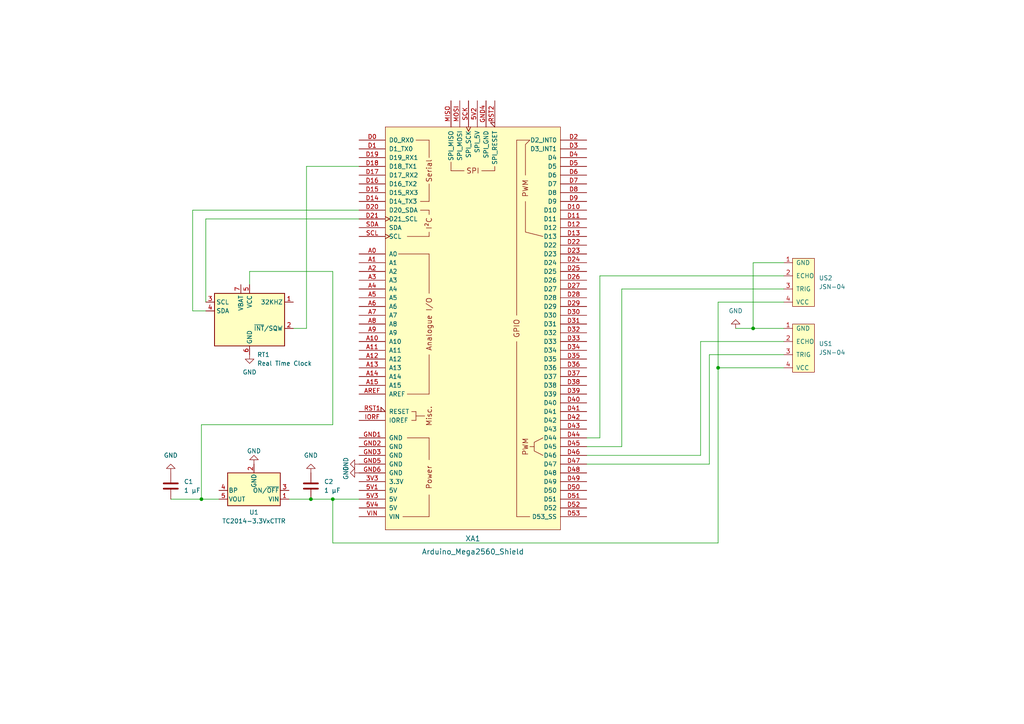
<source format=kicad_sch>
(kicad_sch (version 20230121) (generator eeschema)
  (paper "A4")
  (lib_symbols
    (symbol "ARTS-Lab:HCSR04" (pin_names (offset 1.016))
      (property "Reference" "Ultrasonic_sensor" (at 0 2.54 0))
      (property "Value" "HCSR04" (at 0 3.81 0))
      (symbol "HCSR04_0_1"
        (rectangle (start -7.62 1.27) (end 6.35 -5.08) (fill (type background)))
      )
      (symbol "HCSR04_1_1"
        (pin passive line (at -6.35 -7.62 90) (length 2.54) (name "GND") (number "1"))
        (pin passive line (at -2.54 -7.62 90) (length 2.54) (name "ECHO") (number "2"))
        (pin passive line (at 1.27 -7.62 90) (length 2.54) (name "TRIG") (number "3"))
        (pin passive line (at 5.08 -7.62 90) (length 2.54) (name "VCC") (number "4"))
      )
    )
    (symbol "Arduino_Boards:Arduino_Mega2560_Shield" (pin_names (offset 1.016))
      (property "Reference" "XA" (at 2.54 0 90))
      (property "Value" "Arduino_Mega2560_Shield" (at -2.54 0 90))
      (symbol "Arduino_Mega2560_Shield_0_0"
        (rectangle (start -25.4 -58.42) (end 25.4 58.42) (fill (type background)))
        (rectangle (start -20.32 -54.61) (end -12.7 -54.61))
        (rectangle (start -19.05 -31.75) (end -12.7 -31.75))
        (rectangle (start -19.05 -19.05) (end -12.7 -19.05))
        (rectangle (start -19.05 26.67) (end -12.7 26.67))
        (rectangle (start -17.78 -26.67) (end -16.51 -26.67))
        (rectangle (start -17.78 -24.13) (end -16.51 -24.13))
        (rectangle (start -16.51 -25.4) (end -13.97 -25.4))
        (rectangle (start -16.51 -24.13) (end -16.51 -26.67))
        (rectangle (start -16.51 54.61) (end -12.7 54.61))
        (rectangle (start -15.24 34.29) (end -12.7 34.29))
        (rectangle (start -15.24 36.83) (end -12.7 36.83))
        (rectangle (start -12.7 -54.61) (end -12.7 -48.26))
        (rectangle (start -12.7 -31.75) (end -12.7 -38.1))
        (rectangle (start -12.7 26.67) (end -12.7 27.94))
        (rectangle (start -12.7 34.29) (end -12.7 33.02))
        (rectangle (start -12.7 41.91) (end -12.7 36.83))
        (rectangle (start -12.7 49.53) (end -12.7 54.61))
        (rectangle (start -6.35 48.26) (end -6.35 45.72))
        (rectangle (start -2.54 45.72) (end -6.35 45.72))
        (polyline (pts (xy -21.59 21.59) (xy -12.7 21.59)))
        (polyline (pts (xy -12.7 -19.05) (xy -12.7 -7.62)))
        (polyline (pts (xy -12.7 10.16) (xy -12.7 21.59)))
        (polyline (pts (xy 12.7 -54.61) (xy 16.51 -54.61)))
        (polyline (pts (xy 12.7 54.61) (xy 16.51 54.61)))
        (polyline (pts (xy 17.78 -34.29) (xy 16.51 -34.29)))
        (polyline (pts (xy 15.24 36.83) (xy 15.24 27.94) (xy 20.32 26.67)))
        (polyline (pts (xy 15.24 44.45) (xy 15.24 53.34) (xy 16.51 54.61)))
        (polyline (pts (xy 20.32 -31.75) (xy 17.78 -33.02) (xy 17.78 -35.56) (xy 20.32 -36.83)))
        (rectangle (start 6.35 45.72) (end 2.54 45.72))
        (rectangle (start 6.35 46.99) (end 6.35 45.72))
        (text "Analogue I/O" (at -12.7 1.27 900) (effects (font (size 1.524 1.524))))
        (text "I²C" (at -12.7 30.48 900) (effects (font (size 1.524 1.524))))
        (text "Misc." (at -12.7 -25.4 900) (effects (font (size 1.524 1.524))))
        (text "Power" (at -12.7 -43.18 900) (effects (font (size 1.524 1.524))))
        (text "PWM" (at 15.24 -34.29 900) (effects (font (size 1.524 1.524))))
        (text "PWM" (at 15.24 40.64 900) (effects (font (size 1.524 1.524))))
        (text "Serial" (at -12.7 45.72 900) (effects (font (size 1.524 1.524))))
        (text "SPI" (at 0 45.72 0) (effects (font (size 1.524 1.524))))
      )
      (symbol "Arduino_Mega2560_Shield_1_0"
        (rectangle (start 12.7 -54.61) (end 12.7 -3.81))
        (rectangle (start 12.7 54.61) (end 12.7 3.81))
        (text "GPIO" (at 12.7 0 900) (effects (font (size 1.524 1.524))))
      )
      (symbol "Arduino_Mega2560_Shield_1_1"
        (pin power_in line (at -33.02 -44.45 0) (length 7.62) (name "3.3V") (number "3V3"))
        (pin power_in line (at -33.02 -46.99 0) (length 7.62) (name "5V") (number "5V1"))
        (pin power_in line (at 1.27 66.04 270) (length 7.62) (name "SPI_5V") (number "5V2"))
        (pin power_in line (at -33.02 -49.53 0) (length 7.62) (name "5V") (number "5V3"))
        (pin power_in line (at -33.02 -52.07 0) (length 7.62) (name "5V") (number "5V4"))
        (pin bidirectional line (at -33.02 21.59 0) (length 7.62) (name "A0") (number "A0"))
        (pin bidirectional line (at -33.02 19.05 0) (length 7.62) (name "A1") (number "A1"))
        (pin bidirectional line (at -33.02 -3.81 0) (length 7.62) (name "A10") (number "A10"))
        (pin bidirectional line (at -33.02 -6.35 0) (length 7.62) (name "A11") (number "A11"))
        (pin bidirectional line (at -33.02 -8.89 0) (length 7.62) (name "A12") (number "A12"))
        (pin bidirectional line (at -33.02 -11.43 0) (length 7.62) (name "A13") (number "A13"))
        (pin bidirectional line (at -33.02 -13.97 0) (length 7.62) (name "A14") (number "A14"))
        (pin bidirectional line (at -33.02 -16.51 0) (length 7.62) (name "A15") (number "A15"))
        (pin bidirectional line (at -33.02 16.51 0) (length 7.62) (name "A2") (number "A2"))
        (pin bidirectional line (at -33.02 13.97 0) (length 7.62) (name "A3") (number "A3"))
        (pin bidirectional line (at -33.02 11.43 0) (length 7.62) (name "A4") (number "A4"))
        (pin bidirectional line (at -33.02 8.89 0) (length 7.62) (name "A5") (number "A5"))
        (pin bidirectional line (at -33.02 6.35 0) (length 7.62) (name "A6") (number "A6"))
        (pin bidirectional line (at -33.02 3.81 0) (length 7.62) (name "A7") (number "A7"))
        (pin bidirectional line (at -33.02 1.27 0) (length 7.62) (name "A8") (number "A8"))
        (pin bidirectional line (at -33.02 -1.27 0) (length 7.62) (name "A9") (number "A9"))
        (pin input line (at -33.02 -19.05 0) (length 7.62) (name "AREF") (number "AREF"))
        (pin bidirectional line (at -33.02 54.61 0) (length 7.62) (name "D0_RX0") (number "D0"))
        (pin bidirectional line (at -33.02 52.07 0) (length 7.62) (name "D1_TX0") (number "D1"))
        (pin bidirectional line (at 33.02 34.29 180) (length 7.62) (name "D10") (number "D10"))
        (pin bidirectional line (at 33.02 31.75 180) (length 7.62) (name "D11") (number "D11"))
        (pin bidirectional line (at 33.02 29.21 180) (length 7.62) (name "D12") (number "D12"))
        (pin bidirectional line (at 33.02 26.67 180) (length 7.62) (name "D13") (number "D13"))
        (pin bidirectional line (at -33.02 36.83 0) (length 7.62) (name "D14_TX3") (number "D14"))
        (pin bidirectional line (at -33.02 39.37 0) (length 7.62) (name "D15_RX3") (number "D15"))
        (pin bidirectional line (at -33.02 41.91 0) (length 7.62) (name "D16_TX2") (number "D16"))
        (pin bidirectional line (at -33.02 44.45 0) (length 7.62) (name "D17_RX2") (number "D17"))
        (pin bidirectional line (at -33.02 46.99 0) (length 7.62) (name "D18_TX1") (number "D18"))
        (pin bidirectional line (at -33.02 49.53 0) (length 7.62) (name "D19_RX1") (number "D19"))
        (pin bidirectional line (at 33.02 54.61 180) (length 7.62) (name "D2_INT0") (number "D2"))
        (pin bidirectional line (at -33.02 34.29 0) (length 7.62) (name "D20_SDA") (number "D20"))
        (pin bidirectional clock (at -33.02 31.75 0) (length 7.62) (name "D21_SCL") (number "D21"))
        (pin bidirectional line (at 33.02 24.13 180) (length 7.62) (name "D22") (number "D22"))
        (pin bidirectional line (at 33.02 21.59 180) (length 7.62) (name "D23") (number "D23"))
        (pin bidirectional line (at 33.02 19.05 180) (length 7.62) (name "D24") (number "D24"))
        (pin bidirectional line (at 33.02 16.51 180) (length 7.62) (name "D25") (number "D25"))
        (pin bidirectional line (at 33.02 13.97 180) (length 7.62) (name "D26") (number "D26"))
        (pin bidirectional line (at 33.02 11.43 180) (length 7.62) (name "D27") (number "D27"))
        (pin bidirectional line (at 33.02 8.89 180) (length 7.62) (name "D28") (number "D28"))
        (pin bidirectional line (at 33.02 6.35 180) (length 7.62) (name "D29") (number "D29"))
        (pin bidirectional line (at 33.02 52.07 180) (length 7.62) (name "D3_INT1") (number "D3"))
        (pin bidirectional line (at 33.02 3.81 180) (length 7.62) (name "D30") (number "D30"))
        (pin bidirectional line (at 33.02 1.27 180) (length 7.62) (name "D31") (number "D31"))
        (pin bidirectional line (at 33.02 -1.27 180) (length 7.62) (name "D32") (number "D32"))
        (pin bidirectional line (at 33.02 -3.81 180) (length 7.62) (name "D33") (number "D33"))
        (pin bidirectional line (at 33.02 -6.35 180) (length 7.62) (name "D34") (number "D34"))
        (pin bidirectional line (at 33.02 -8.89 180) (length 7.62) (name "D35") (number "D35"))
        (pin bidirectional line (at 33.02 -11.43 180) (length 7.62) (name "D36") (number "D36"))
        (pin bidirectional line (at 33.02 -13.97 180) (length 7.62) (name "D37") (number "D37"))
        (pin bidirectional line (at 33.02 -16.51 180) (length 7.62) (name "D38") (number "D38"))
        (pin bidirectional line (at 33.02 -19.05 180) (length 7.62) (name "D39") (number "D39"))
        (pin bidirectional line (at 33.02 49.53 180) (length 7.62) (name "D4") (number "D4"))
        (pin bidirectional line (at 33.02 -21.59 180) (length 7.62) (name "D40") (number "D40"))
        (pin bidirectional line (at 33.02 -24.13 180) (length 7.62) (name "D41") (number "D41"))
        (pin bidirectional line (at 33.02 -26.67 180) (length 7.62) (name "D42") (number "D42"))
        (pin bidirectional line (at 33.02 -29.21 180) (length 7.62) (name "D43") (number "D43"))
        (pin bidirectional line (at 33.02 -31.75 180) (length 7.62) (name "D44") (number "D44"))
        (pin bidirectional line (at 33.02 -34.29 180) (length 7.62) (name "D45") (number "D45"))
        (pin bidirectional line (at 33.02 -36.83 180) (length 7.62) (name "D46") (number "D46"))
        (pin bidirectional line (at 33.02 -39.37 180) (length 7.62) (name "D47") (number "D47"))
        (pin bidirectional line (at 33.02 -41.91 180) (length 7.62) (name "D48") (number "D48"))
        (pin bidirectional line (at 33.02 -44.45 180) (length 7.62) (name "D49") (number "D49"))
        (pin bidirectional line (at 33.02 46.99 180) (length 7.62) (name "D5") (number "D5"))
        (pin bidirectional line (at 33.02 -46.99 180) (length 7.62) (name "D50") (number "D50"))
        (pin bidirectional line (at 33.02 -49.53 180) (length 7.62) (name "D51") (number "D51"))
        (pin bidirectional line (at 33.02 -52.07 180) (length 7.62) (name "D52") (number "D52"))
        (pin bidirectional line (at 33.02 -54.61 180) (length 7.62) (name "D53_SS") (number "D53"))
        (pin bidirectional line (at 33.02 44.45 180) (length 7.62) (name "D6") (number "D6"))
        (pin bidirectional line (at 33.02 41.91 180) (length 7.62) (name "D7") (number "D7"))
        (pin bidirectional line (at 33.02 39.37 180) (length 7.62) (name "D8") (number "D8"))
        (pin bidirectional line (at 33.02 36.83 180) (length 7.62) (name "D9") (number "D9"))
        (pin power_in line (at -33.02 -31.75 0) (length 7.62) (name "GND") (number "GND1"))
        (pin power_in line (at -33.02 -34.29 0) (length 7.62) (name "GND") (number "GND2"))
        (pin power_in line (at -33.02 -36.83 0) (length 7.62) (name "GND") (number "GND3"))
        (pin power_in line (at 3.81 66.04 270) (length 7.62) (name "SPI_GND") (number "GND4"))
        (pin power_in line (at -33.02 -39.37 0) (length 7.62) (name "GND") (number "GND5"))
        (pin power_in line (at -33.02 -41.91 0) (length 7.62) (name "GND") (number "GND6"))
        (pin output line (at -33.02 -26.67 0) (length 7.62) (name "IOREF") (number "IORF"))
        (pin input line (at -6.35 66.04 270) (length 7.62) (name "SPI_MISO") (number "MISO"))
        (pin output line (at -3.81 66.04 270) (length 7.62) (name "SPI_MOSI") (number "MOSI"))
        (pin open_collector input_low (at -33.02 -24.13 0) (length 7.62) (name "RESET") (number "RST1"))
        (pin open_collector input_low (at 6.35 66.04 270) (length 7.62) (name "SPI_RESET") (number "RST2"))
        (pin output clock (at -1.27 66.04 270) (length 7.62) (name "SPI_SCK") (number "SCK"))
        (pin bidirectional clock (at -33.02 26.67 0) (length 7.62) (name "SCL") (number "SCL"))
        (pin bidirectional line (at -33.02 29.21 0) (length 7.62) (name "SDA") (number "SDA"))
        (pin power_in line (at -33.02 -54.61 0) (length 7.62) (name "VIN") (number "VIN"))
      )
    )
    (symbol "Device:C" (pin_numbers hide) (pin_names (offset 0.254))
      (property "Reference" "C" (at 0.635 2.54 0))
      (property "Value" "C" (at 0.635 -2.54 0))
      (symbol "C_0_1"
        (polyline (pts (xy -2.032 -0.762) (xy 2.032 -0.762)) (stroke (width 0.508)))
        (polyline (pts (xy -2.032 0.762) (xy 2.032 0.762)) (stroke (width 0.508)))
      )
      (symbol "C_1_1"
        (pin passive line (at 0 3.81 270) (length 2.794) (name "~") (number "1"))
        (pin passive line (at 0 -3.81 90) (length 2.794) (name "~") (number "2"))
      )
    )
    (symbol "GND_1" (power) (pin_names (offset 0))
      (property "Value" "GND_1" (at 0 -3.81 0))
      (symbol "GND_1_0_1"
        (polyline (pts (xy 0 0) (xy 0 -1.27) (xy 1.27 -1.27) (xy 0 -2.54) (xy -1.27 -1.27) (xy 0 -1.27)))
      )
      (symbol "GND_1_1_1"
        (pin power_in line (at 0 0 270) (length 0) hide (name "GND") (number "1"))
      )
    )
    (symbol "RTC Breakout Module:DS3232M"
      (property "Reference" "U" (at -7.62 8.89 0))
      (property "Value" "DS3232M" (at 10.16 8.89 0))
      (symbol "DS3232M_0_1"
        (rectangle (start -10.16 7.62) (end 10.16 -7.62) (stroke (width 0.254)) (fill (type background)))
      )
      (symbol "DS3232M_1_1"
        (pin output line (at 12.7 5.08 180) (length 2.54) (name "32KHZ") (number "1"))
        (pin open_collector line (at 12.7 -2.54 180) (length 2.54) (name "~{INT}/SQW") (number "2"))
        (pin input line (at -12.7 5.08 0) (length 2.54) (name "SCL") (number "3"))
        (pin bidirectional line (at -12.7 2.54 0) (length 2.54) (name "SDA") (number "4"))
        (pin power_in line (at 0 10.16 270) (length 2.54) (name "VCC") (number "5"))
        (pin power_in line (at 0 -10.16 90) (length 2.54) (name "GND") (number "6"))
        (pin power_in line (at -2.54 10.16 270) (length 2.54) (name "VBAT") (number "7"))
      )
    )
    (symbol "Regulator_Linear:TC2014-3.3VxCTTR" (pin_names (offset 0.254))
      (property "Reference" "U" (at -6.35 5.715 0))
      (property "Value" "TC2014-3.3VxCTTR" (at 0 5.715 0))
      (symbol "TC2014-3.3VxCTTR_0_1"
        (rectangle (start -7.62 -5.08) (end 7.62 4.445) (stroke (width 0.254)) (fill (type background)))
      )
      (symbol "TC2014-3.3VxCTTR_1_1"
        (pin power_in line (at -10.16 2.54 0) (length 2.54) (name "VIN") (number "1"))
        (pin power_in line (at 0 -7.62 90) (length 2.54) (name "GND") (number "2"))
        (pin input line (at -10.16 0 0) (length 2.54) (name "ON/~{OFF}") (number "3"))
        (pin input line (at 10.16 0 180) (length 2.54) (name "BP") (number "4"))
        (pin power_out line (at 10.16 2.54 180) (length 2.54) (name "VOUT") (number "5"))
      )
    )
    (symbol "power:GND" (power) (pin_names (offset 0))
      (property "Value" "GND" (at 0 -3.81 0))
      (symbol "GND_0_1"
        (polyline (pts (xy 0 0) (xy 0 -1.27) (xy 1.27 -1.27) (xy 0 -2.54) (xy -1.27 -1.27) (xy 0 -1.27)))
      )
      (symbol "GND_1_1"
        (pin power_in line (at 0 0 270) (length 0) hide (name "GND") (number "1"))
      )
    )
  )
  (junction (at 218.44 95.25))
  (junction (at 58.42 144.78))
  (junction (at 208.28 106.68))
  (junction (at 96.52 144.78))
  (junction (at 90.17 144.78))
  (wire (pts (xy 58.42 123.19) (xy 58.42 144.78)))
  (wire (pts (xy 203.2 99.06) (xy 203.2 132.08)))
  (wire (pts (xy 59.69 63.5) (xy 104.14 63.5)))
  (wire (pts (xy 59.69 63.5) (xy 59.69 87.63)))
  (wire (pts (xy 88.9 95.25) (xy 88.9 48.26)))
  (wire (pts (xy 203.2 132.08) (xy 170.18 132.08)))
  (wire (pts (xy 90.17 144.78) (xy 96.52 144.78)))
  (wire (pts (xy 227.33 99.06) (xy 203.2 99.06)))
  (wire (pts (xy 213.36 95.25) (xy 218.44 95.25)))
  (wire (pts (xy 218.44 76.2) (xy 218.44 95.25)))
  (wire (pts (xy 55.88 60.96) (xy 55.88 90.17)))
  (wire (pts (xy 205.74 134.62) (xy 170.18 134.62)))
  (wire (pts (xy 55.88 90.17) (xy 59.69 90.17)))
  (wire (pts (xy 72.39 78.74) (xy 72.39 82.55)))
  (wire (pts (xy 205.74 102.87) (xy 205.74 134.62)))
  (wire (pts (xy 227.33 102.87) (xy 205.74 102.87)))
  (wire (pts (xy 208.28 106.68) (xy 227.33 106.68)))
  (wire (pts (xy 227.33 83.82) (xy 180.34 83.82)))
  (wire (pts (xy 208.28 157.48) (xy 208.28 106.68)))
  (wire (pts (xy 55.88 60.96) (xy 104.14 60.96)))
  (wire (pts (xy 173.99 80.01) (xy 173.99 127)))
  (wire (pts (xy 180.34 83.82) (xy 180.34 129.54)))
  (wire (pts (xy 173.99 127) (xy 170.18 127)))
  (wire (pts (xy 218.44 95.25) (xy 227.33 95.25)))
  (wire (pts (xy 180.34 129.54) (xy 170.18 129.54)))
  (wire (pts (xy 227.33 87.63) (xy 208.28 87.63)))
  (wire (pts (xy 96.52 123.19) (xy 58.42 123.19)))
  (wire (pts (xy 96.52 144.78) (xy 96.52 157.48)))
  (wire (pts (xy 96.52 78.74) (xy 96.52 123.19)))
  (wire (pts (xy 96.52 157.48) (xy 208.28 157.48)))
  (wire (pts (xy 49.53 144.78) (xy 58.42 144.78)))
  (wire (pts (xy 72.39 78.74) (xy 96.52 78.74)))
  (wire (pts (xy 85.09 95.25) (xy 88.9 95.25)))
  (wire (pts (xy 218.44 76.2) (xy 227.33 76.2)))
  (wire (pts (xy 88.9 48.26) (xy 104.14 48.26)))
  (wire (pts (xy 83.82 144.78) (xy 90.17 144.78)))
  (wire (pts (xy 227.33 80.01) (xy 173.99 80.01)))
  (wire (pts (xy 96.52 144.78) (xy 104.14 144.78)))
  (wire (pts (xy 208.28 87.63) (xy 208.28 106.68)))
  (wire (pts (xy 58.42 144.78) (xy 63.5 144.78)))
  (symbol (lib_id "power:GND") (at 73.66 134.62 180) (unit 1)
    (property "Reference" "#PWR05" (effects hide))
    (property "Value" "GND" (at 73.66 130.81 0))
  )
  (symbol (lib_id "Device:C") (at 49.53 140.97 0) (unit 1)
    (property "Reference" "C1" (at 53.34 139.6999 0) (effects (justify left)))
    (property "Value" "1 µF" (at 53.34 142.2399 0) (effects (justify left)))
    (property "Footprint" "Capacitor_SMD:C_1206_3216Metric" (effects hide))
    (property "Datasheet" "https://mm.digikey.com/Volume0/opasdata/d220001/medias/docus/503/CL31B105KBHNNNE_Char.pdf" (effects hide))
  )
  (symbol (lib_name "GND_1") (lib_id "power:GND") (at 72.39 102.87 0) (unit 1)
    (property "Reference" "#PWR02" (effects hide))
    (property "Value" "GND" (at 72.39 107.95 0))
  )
  (symbol (lib_id "ARTS-Lab:HCSR04") (at 234.95 101.6 270) (unit 1)
    (property "Reference" "US1" (at 237.49 99.6949 90) (effects (justify left)))
    (property "Value" "JSN-04" (at 237.49 102.2349 90) (effects (justify left)))
    (property "Footprint" "Connector_PinSocket_2.54mm:PinSocket_1x04_P2.54mm_Vertical" (effects hide))
    (property "Datasheet" "https://www.amazon.com/Integrated-Transducer-Ultrasonic-Waterproof-JSN-SR04T-V3-0/dp/B0C73XZRFQ/ref=sr_1_1?dib=eyJ2IjoiMSJ9.CcGF7zhYu5UTRvPHSp0fKw.b_M9nUTeMx9PCjV7ni0vM5BVvQIfTn5J5e64L5-9o8s&dib_tag=se&keywords=B0C73XZRFQ&qid=1715352274&sr=8-1" (effects hide))
  )
  (symbol (lib_id "power:GND") (at 104.14 134.62 270) (unit 1)
    (property "Reference" "#PWR08" (effects hide))
    (property "Value" "GND" (at 100.33 134.62 0))
  )
  (symbol (lib_id "Device:C") (at 90.17 140.97 0) (unit 1)
    (property "Reference" "C2" (at 93.98 139.6999 0) (effects (justify left)))
    (property "Value" "1 µF" (at 93.98 142.2399 0) (effects (justify left)))
    (property "Footprint" "Capacitor_SMD:C_1206_3216Metric" (effects hide))
    (property "Datasheet" "https://mm.digikey.com/Volume0/opasdata/d220001/medias/docus/503/CL31B105KBHNNNE_Char.pdf" (effects hide))
  )
  (symbol (lib_id "Regulator_Linear:TC2014-3.3VxCTTR") (at 73.66 142.24 180) (unit 1)
    (property "Reference" "U1" (at 73.66 148.59 0))
    (property "Value" "TC2014-3.3VxCTTR" (at 73.66 151.13 0))
    (property "Footprint" "Package_TO_SOT_SMD:SOT-23-5" (effects hide))
    (property "Datasheet" "http://ww1.microchip.com/downloads/en/DeviceDoc/21662F.pdf" (effects hide))
  )
  (symbol (lib_id "Arduino_Boards:Arduino_Mega2560_Shield") (at 137.16 95.25 0) (unit 1)
    (property "Reference" "XA1" (at 137.16 156.21 0) (effects (font (size 1.524 1.524))))
    (property "Value" "Arduino_Mega2560_Shield" (at 137.16 160.02 0) (effects (font (size 1.524 1.524))))
    (property "Footprint" "PCM_arduino-library:Arduino_Mega2560_R3_Shield" (effects hide))
    (property "Datasheet" "https://store.arduino.cc/arduino-mega-2560-rev3" (effects hide))
  )
  (symbol (lib_id "power:GND") (at 49.53 137.16 180) (unit 1)
    (property "Reference" "#PWR01" (effects hide))
    (property "Value" "GND" (at 49.53 132.08 0))
  )
  (symbol (lib_id "power:GND") (at 213.36 95.25 180) (unit 1)
    (property "Reference" "#PWR011" (effects hide))
    (property "Value" "GND" (at 213.36 90.17 0))
  )
  (symbol (lib_id "power:GND") (at 104.14 137.16 270) (unit 1)
    (property "Reference" "#PWR09" (effects hide))
    (property "Value" "GND" (at 100.33 137.16 0))
  )
  (symbol (lib_id "ARTS-Lab:HCSR04") (at 234.95 82.55 270) (unit 1)
    (property "Reference" "US2" (at 237.49 80.6449 90) (effects (justify left)))
    (property "Value" "JSN-04" (at 237.49 83.1849 90) (effects (justify left)))
    (property "Footprint" "Connector_PinSocket_2.54mm:PinSocket_1x04_P2.54mm_Vertical" (effects hide))
    (property "Datasheet" "https://www.amazon.com/Integrated-Transducer-Ultrasonic-Waterproof-JSN-SR04T-V3-0/dp/B0C73XZRFQ/ref=sr_1_1?dib=eyJ2IjoiMSJ9.CcGF7zhYu5UTRvPHSp0fKw.b_M9nUTeMx9PCjV7ni0vM5BVvQIfTn5J5e64L5-9o8s&dib_tag=se&keywords=B0C73XZRFQ&qid=1715352274&sr=8-1" (effects hide))
  )
  (symbol (lib_id "power:GND") (at 90.17 137.16 180) (unit 1)
    (property "Reference" "#PWR07" (effects hide))
    (property "Value" "GND" (at 90.17 132.08 0))
  )
  (symbol (lib_id "RTC Breakout Module:DS3232M") (at 72.39 92.71 0) (unit 1)
    (property "Reference" "RT1" (at 74.5841 102.87 0) (effects (justify left)))
    (property "Value" "Real Time Clock" (at 74.5841 105.41 0) (effects (justify left)))
    (property "Footprint" "Connector_PinSocket_2.54mm:PinSocket_1x06_P2.54mm_Vertical" (effects hide))
    (property "Datasheet" "https://www.amazon.com/AOICRIE-AT24C32-Arduino-Without-Battery/dp/B08XQ8TT7Z" (effects hide))
  )
)
</source>
